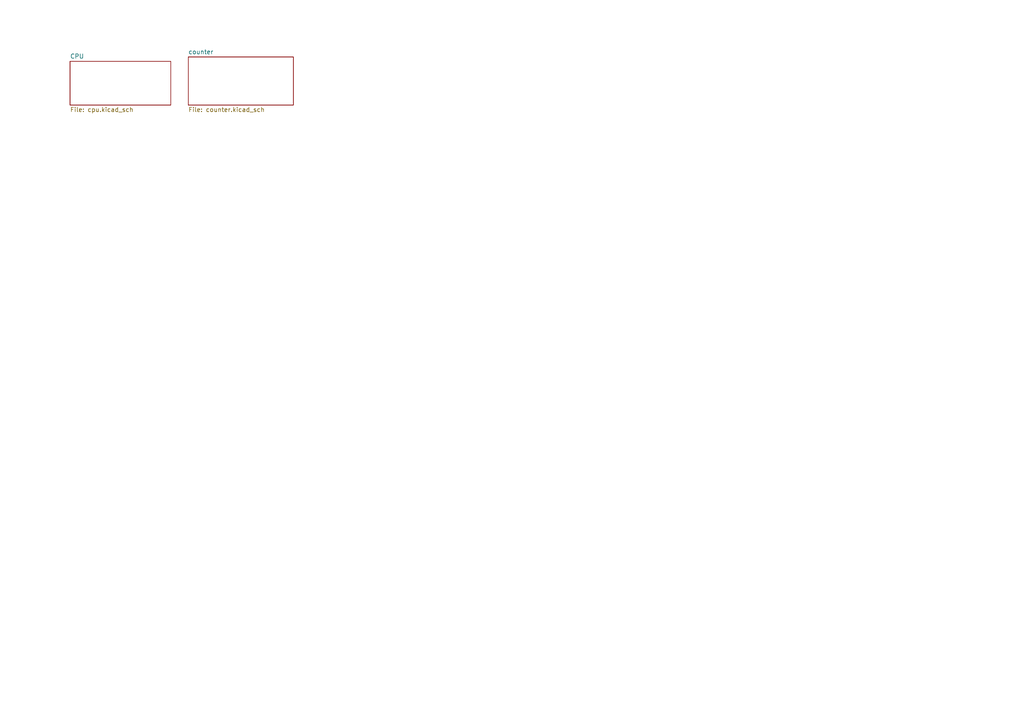
<source format=kicad_sch>
(kicad_sch
	(version 20250114)
	(generator "eeschema")
	(generator_version "9.0")
	(uuid "430c65ba-3a78-4740-9d3a-5790bc629b9e")
	(paper "A4")
	(title_block
		(title "Beijing version 32C3")
		(date "2022-06-09")
		(rev "B")
		(company "Grodans Paradis AB")
		(comment 1 "VSCP A/D module with CAN/EWifi and BLE communication")
		(comment 2 "https://www.vscp.org")
	)
	(lib_symbols)
	(text "A"
		(exclude_from_sim no)
		(at -3.81 260.35 0)
		(effects
			(font
				(size 1.778 1.5113)
			)
			(justify left bottom)
		)
		(uuid "572232cb-eba8-412b-9ad9-2af0f9cb3c2e")
	)
	(sheet
		(at 54.61 16.51)
		(size 30.48 13.97)
		(exclude_from_sim no)
		(in_bom yes)
		(on_board yes)
		(dnp no)
		(fields_autoplaced yes)
		(stroke
			(width 0.1524)
			(type solid)
		)
		(fill
			(color 0 0 0 0.0000)
		)
		(uuid "53f157e8-9d03-4631-84d0-2ef9d76dcdd3")
		(property "Sheetname" "counter"
			(at 54.61 15.7984 0)
			(effects
				(font
					(size 1.27 1.27)
				)
				(justify left bottom)
			)
		)
		(property "Sheetfile" "counter.kicad_sch"
			(at 54.61 31.0646 0)
			(effects
				(font
					(size 1.27 1.27)
				)
				(justify left top)
			)
		)
		(instances
			(project "beijing_A"
				(path "/430c65ba-3a78-4740-9d3a-5790bc629b9e"
					(page "3")
				)
			)
		)
	)
	(sheet
		(at 311.15 1.27)
		(size 34.29 17.78)
		(exclude_from_sim no)
		(in_bom yes)
		(on_board yes)
		(dnp no)
		(fields_autoplaced yes)
		(stroke
			(width 0.1524)
			(type solid)
		)
		(fill
			(color 0 0 0 0.0000)
		)
		(uuid "8ab68ddc-4afa-4f1a-8cd5-9dfc0c233725")
		(property "Sheetname" "counter"
			(at 311.15 0.5584 0)
			(effects
				(font
					(size 1.27 1.27)
				)
				(justify left bottom)
			)
		)
		(property "Sheetfile" "counter.kicad_sch"
			(at 311.15 19.6346 0)
			(effects
				(font
					(size 1.27 1.27)
				)
				(justify left top)
			)
		)
		(instances
			(project "beijing_A"
				(path "/430c65ba-3a78-4740-9d3a-5790bc629b9e"
					(page "5")
				)
			)
		)
	)
	(sheet
		(at 20.32 17.78)
		(size 29.21 12.7)
		(exclude_from_sim no)
		(in_bom yes)
		(on_board yes)
		(dnp no)
		(fields_autoplaced yes)
		(stroke
			(width 0.1524)
			(type solid)
		)
		(fill
			(color 0 0 0 0.0000)
		)
		(uuid "b654bbca-cbca-4b0b-b960-f24ed6c31074")
		(property "Sheetname" "CPU"
			(at 20.32 17.0684 0)
			(effects
				(font
					(size 1.27 1.27)
				)
				(justify left bottom)
			)
		)
		(property "Sheetfile" "cpu.kicad_sch"
			(at 20.32 31.0646 0)
			(effects
				(font
					(size 1.27 1.27)
				)
				(justify left top)
			)
		)
		(instances
			(project "beijing_A"
				(path "/430c65ba-3a78-4740-9d3a-5790bc629b9e"
					(page "2")
				)
			)
		)
	)
	(sheet_instances
		(path "/"
			(page "1")
		)
	)
	(embedded_fonts no)
)

</source>
